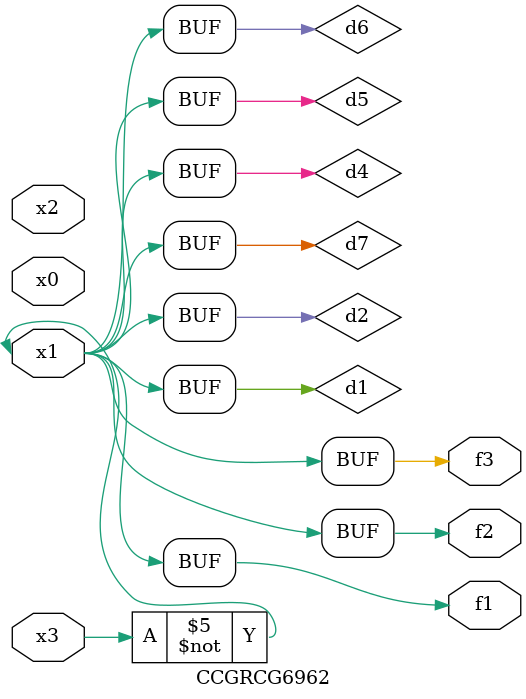
<source format=v>
module CCGRCG6962(
	input x0, x1, x2, x3,
	output f1, f2, f3
);

	wire d1, d2, d3, d4, d5, d6, d7;

	not (d1, x3);
	buf (d2, x1);
	xnor (d3, d1, d2);
	nor (d4, d1);
	buf (d5, d1, d2);
	buf (d6, d4, d5);
	nand (d7, d4);
	assign f1 = d6;
	assign f2 = d7;
	assign f3 = d6;
endmodule

</source>
